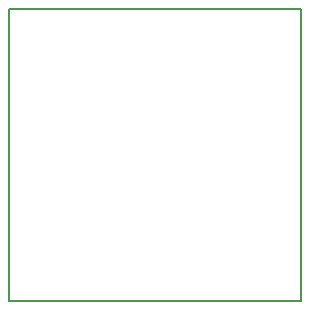
<source format=gm1>
G04 MADE WITH FRITZING*
G04 WWW.FRITZING.ORG*
G04 DOUBLE SIDED*
G04 HOLES PLATED*
G04 CONTOUR ON CENTER OF CONTOUR VECTOR*
%ASAXBY*%
%FSLAX23Y23*%
%MOIN*%
%OFA0B0*%
%SFA1.0B1.0*%
%ADD10R,0.984252X0.984252*%
%ADD11C,0.008000*%
%ADD10C,0.008*%
%LNCONTOUR*%
G90*
G70*
G54D10*
G54D11*
X4Y980D02*
X980Y980D01*
X980Y4D01*
X4Y4D01*
X4Y980D01*
D02*
G04 End of contour*
M02*
</source>
